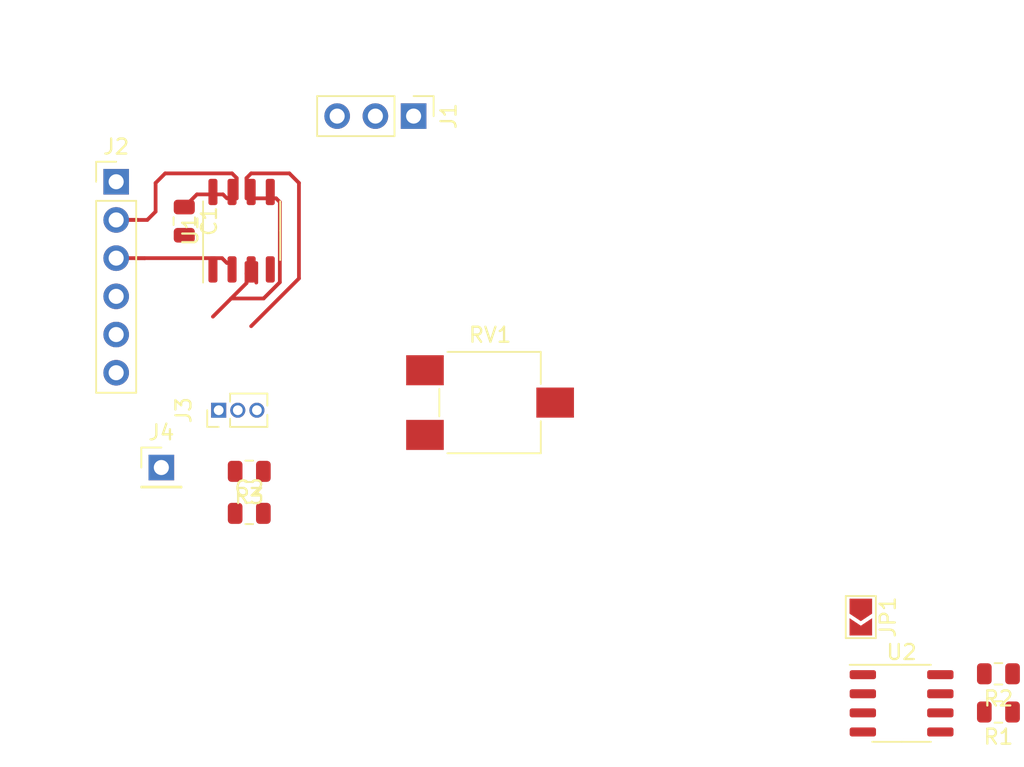
<source format=kicad_pcb>
(kicad_pcb (version 20171130) (host pcbnew "(5.1.6)-1")

  (general
    (thickness 1.6)
    (drawings 0)
    (tracks 31)
    (zones 0)
    (modules 13)
    (nets 20)
  )

  (page A4)
  (layers
    (0 F.Cu signal)
    (31 B.Cu signal)
    (32 B.Adhes user)
    (33 F.Adhes user)
    (34 B.Paste user)
    (35 F.Paste user)
    (36 B.SilkS user)
    (37 F.SilkS user)
    (38 B.Mask user)
    (39 F.Mask user)
    (40 Dwgs.User user)
    (41 Cmts.User user)
    (42 Eco1.User user)
    (43 Eco2.User user)
    (44 Edge.Cuts user)
    (45 Margin user)
    (46 B.CrtYd user)
    (47 F.CrtYd user)
    (48 B.Fab user)
    (49 F.Fab user)
  )

  (setup
    (last_trace_width 0.25)
    (trace_clearance 0.2)
    (zone_clearance 0.508)
    (zone_45_only no)
    (trace_min 0.2)
    (via_size 0.8)
    (via_drill 0.4)
    (via_min_size 0.4)
    (via_min_drill 0.3)
    (uvia_size 0.3)
    (uvia_drill 0.1)
    (uvias_allowed no)
    (uvia_min_size 0.2)
    (uvia_min_drill 0.1)
    (edge_width 0.05)
    (segment_width 0.2)
    (pcb_text_width 0.3)
    (pcb_text_size 1.5 1.5)
    (mod_edge_width 0.12)
    (mod_text_size 1 1)
    (mod_text_width 0.15)
    (pad_size 1.524 1.524)
    (pad_drill 0.762)
    (pad_to_mask_clearance 0.05)
    (aux_axis_origin 0 0)
    (visible_elements 7FFFFFFF)
    (pcbplotparams
      (layerselection 0x010fc_ffffffff)
      (usegerberextensions false)
      (usegerberattributes true)
      (usegerberadvancedattributes true)
      (creategerberjobfile true)
      (excludeedgelayer true)
      (linewidth 0.100000)
      (plotframeref false)
      (viasonmask false)
      (mode 1)
      (useauxorigin false)
      (hpglpennumber 1)
      (hpglpenspeed 20)
      (hpglpendiameter 15.000000)
      (psnegative false)
      (psa4output false)
      (plotreference true)
      (plotvalue true)
      (plotinvisibletext false)
      (padsonsilk false)
      (subtractmaskfromsilk false)
      (outputformat 1)
      (mirror false)
      (drillshape 1)
      (scaleselection 1)
      (outputdirectory ""))
  )

  (net 0 "")
  (net 1 GND)
  (net 2 +5V)
  (net 3 /VIN)
  (net 4 Threshold)
  (net 5 Direction)
  (net 6 L2)
  (net 7 /Level)
  (net 8 L1)
  (net 9 CapSense)
  (net 10 "/P4(USB-)")
  (net 11 "/P3(USB+)")
  (net 12 LedCmd)
  (net 13 "Net-(JP1-Pad2)")
  (net 14 "Net-(R1-Pad2)")
  (net 15 "Net-(U2-Pad5)")
  (net 16 "Net-(U2-Pad3)")
  (net 17 "Net-(U2-Pad2)")
  (net 18 "Net-(U2-Pad1)")
  (net 19 "Net-(R2-Pad2)")

  (net_class Default "This is the default net class."
    (clearance 0.2)
    (trace_width 0.25)
    (via_dia 0.8)
    (via_drill 0.4)
    (uvia_dia 0.3)
    (uvia_drill 0.1)
    (add_net +5V)
    (add_net /Level)
    (add_net "/P3(USB+)")
    (add_net "/P4(USB-)")
    (add_net /VIN)
    (add_net CapSense)
    (add_net Direction)
    (add_net GND)
    (add_net L1)
    (add_net L2)
    (add_net LedCmd)
    (add_net "Net-(JP1-Pad2)")
    (add_net "Net-(R1-Pad2)")
    (add_net "Net-(R2-Pad2)")
    (add_net "Net-(U2-Pad1)")
    (add_net "Net-(U2-Pad2)")
    (add_net "Net-(U2-Pad3)")
    (add_net "Net-(U2-Pad5)")
    (add_net Threshold)
  )

  (module Package_SO:SO-8_3.9x4.9mm_P1.27mm (layer F.Cu) (tedit 5D9F72B1) (tstamp 60391405)
    (at 49.53 50.8 90)
    (descr "SO, 8 Pin (https://www.nxp.com/docs/en/data-sheet/PCF8523.pdf), generated with kicad-footprint-generator ipc_gullwing_generator.py")
    (tags "SO SO")
    (path /6038B18C)
    (attr smd)
    (fp_text reference U1 (at 0 -3.4 90) (layer F.SilkS)
      (effects (font (size 1 1) (thickness 0.15)))
    )
    (fp_text value LT1492 (at 0 3.4 90) (layer F.Fab)
      (effects (font (size 1 1) (thickness 0.15)))
    )
    (fp_text user %R (at 0 0 90) (layer F.Fab)
      (effects (font (size 0.98 0.98) (thickness 0.15)))
    )
    (fp_line (start 0 2.56) (end 1.95 2.56) (layer F.SilkS) (width 0.12))
    (fp_line (start 0 2.56) (end -1.95 2.56) (layer F.SilkS) (width 0.12))
    (fp_line (start 0 -2.56) (end 1.95 -2.56) (layer F.SilkS) (width 0.12))
    (fp_line (start 0 -2.56) (end -3.45 -2.56) (layer F.SilkS) (width 0.12))
    (fp_line (start -0.975 -2.45) (end 1.95 -2.45) (layer F.Fab) (width 0.1))
    (fp_line (start 1.95 -2.45) (end 1.95 2.45) (layer F.Fab) (width 0.1))
    (fp_line (start 1.95 2.45) (end -1.95 2.45) (layer F.Fab) (width 0.1))
    (fp_line (start -1.95 2.45) (end -1.95 -1.475) (layer F.Fab) (width 0.1))
    (fp_line (start -1.95 -1.475) (end -0.975 -2.45) (layer F.Fab) (width 0.1))
    (fp_line (start -3.7 -2.7) (end -3.7 2.7) (layer F.CrtYd) (width 0.05))
    (fp_line (start -3.7 2.7) (end 3.7 2.7) (layer F.CrtYd) (width 0.05))
    (fp_line (start 3.7 2.7) (end 3.7 -2.7) (layer F.CrtYd) (width 0.05))
    (fp_line (start 3.7 -2.7) (end -3.7 -2.7) (layer F.CrtYd) (width 0.05))
    (pad 8 smd roundrect (at 2.575 -1.905 90) (size 1.75 0.6) (layers F.Cu F.Paste F.Mask) (roundrect_rratio 0.25)
      (net 2 +5V))
    (pad 7 smd roundrect (at 2.575 -0.635 90) (size 1.75 0.6) (layers F.Cu F.Paste F.Mask) (roundrect_rratio 0.25)
      (net 5 Direction))
    (pad 6 smd roundrect (at 2.575 0.635 90) (size 1.75 0.6) (layers F.Cu F.Paste F.Mask) (roundrect_rratio 0.25)
      (net 6 L2))
    (pad 5 smd roundrect (at 2.575 1.905 90) (size 1.75 0.6) (layers F.Cu F.Paste F.Mask) (roundrect_rratio 0.25)
      (net 8 L1))
    (pad 4 smd roundrect (at -2.575 1.905 90) (size 1.75 0.6) (layers F.Cu F.Paste F.Mask) (roundrect_rratio 0.25)
      (net 1 GND))
    (pad 3 smd roundrect (at -2.575 0.635 90) (size 1.75 0.6) (layers F.Cu F.Paste F.Mask) (roundrect_rratio 0.25)
      (net 8 L1))
    (pad 2 smd roundrect (at -2.575 -0.635 90) (size 1.75 0.6) (layers F.Cu F.Paste F.Mask) (roundrect_rratio 0.25)
      (net 7 /Level))
    (pad 1 smd roundrect (at -2.575 -1.905 90) (size 1.75 0.6) (layers F.Cu F.Paste F.Mask) (roundrect_rratio 0.25)
      (net 4 Threshold))
    (model ${KISYS3DMOD}/Package_SO.3dshapes/SO-8_3.9x4.9mm_P1.27mm.wrl
      (at (xyz 0 0 0))
      (scale (xyz 1 1 1))
      (rotate (xyz 0 0 0))
    )
  )

  (module Connector_PinHeader_1.27mm:PinHeader_1x03_P1.27mm_Vertical (layer F.Cu) (tedit 59FED6E3) (tstamp 60391EFB)
    (at 48.006 62.738 90)
    (descr "Through hole straight pin header, 1x03, 1.27mm pitch, single row")
    (tags "Through hole pin header THT 1x03 1.27mm single row")
    (path /603CCFF6)
    (fp_text reference J3 (at 0 -2.33 90) (layer F.SilkS)
      (effects (font (size 1 1) (thickness 0.15)))
    )
    (fp_text value Conn_01x03_Female (at 0 7.41 90) (layer F.Fab)
      (effects (font (size 1 1) (thickness 0.15)))
    )
    (fp_text user %R (at 0 2.54) (layer F.Fab)
      (effects (font (size 1 1) (thickness 0.15)))
    )
    (fp_line (start -0.525 -0.635) (end 1.05 -0.635) (layer F.Fab) (width 0.1))
    (fp_line (start 1.05 -0.635) (end 1.05 3.175) (layer F.Fab) (width 0.1))
    (fp_line (start 1.05 3.175) (end -1.05 3.175) (layer F.Fab) (width 0.1))
    (fp_line (start -1.05 3.175) (end -1.05 -0.11) (layer F.Fab) (width 0.1))
    (fp_line (start -1.05 -0.11) (end -0.525 -0.635) (layer F.Fab) (width 0.1))
    (fp_line (start -1.11 3.235) (end -0.30753 3.235) (layer F.SilkS) (width 0.12))
    (fp_line (start 0.30753 3.235) (end 1.11 3.235) (layer F.SilkS) (width 0.12))
    (fp_line (start -1.11 0.76) (end -1.11 3.235) (layer F.SilkS) (width 0.12))
    (fp_line (start 1.11 0.76) (end 1.11 3.235) (layer F.SilkS) (width 0.12))
    (fp_line (start -1.11 0.76) (end -0.563471 0.76) (layer F.SilkS) (width 0.12))
    (fp_line (start 0.563471 0.76) (end 1.11 0.76) (layer F.SilkS) (width 0.12))
    (fp_line (start -1.11 0) (end -1.11 -0.76) (layer F.SilkS) (width 0.12))
    (fp_line (start -1.11 -0.76) (end 0 -0.76) (layer F.SilkS) (width 0.12))
    (fp_line (start -1.55 -1.15) (end -1.55 3.7) (layer F.CrtYd) (width 0.05))
    (fp_line (start -1.55 3.7) (end 1.55 3.7) (layer F.CrtYd) (width 0.05))
    (fp_line (start 1.55 3.7) (end 1.55 -1.15) (layer F.CrtYd) (width 0.05))
    (fp_line (start 1.55 -1.15) (end -1.55 -1.15) (layer F.CrtYd) (width 0.05))
    (pad 3 thru_hole oval (at 0 2.54 90) (size 1 1) (drill 0.65) (layers *.Cu *.Mask)
      (net 1 GND))
    (pad 2 thru_hole oval (at 0 1.27 90) (size 1 1) (drill 0.65) (layers *.Cu *.Mask)
      (net 6 L2))
    (pad 1 thru_hole rect (at 0 0 90) (size 1 1) (drill 0.65) (layers *.Cu *.Mask)
      (net 8 L1))
    (model ${KISYS3DMOD}/Connector_PinHeader_1.27mm.3dshapes/PinHeader_1x03_P1.27mm_Vertical.wrl
      (at (xyz 0 0 0))
      (scale (xyz 1 1 1))
      (rotate (xyz 0 0 0))
    )
  )

  (module Capacitor_SMD:C_0805_2012Metric (layer F.Cu) (tedit 5B36C52B) (tstamp 604167D6)
    (at 50.038 69.596)
    (descr "Capacitor SMD 0805 (2012 Metric), square (rectangular) end terminal, IPC_7351 nominal, (Body size source: https://docs.google.com/spreadsheets/d/1BsfQQcO9C6DZCsRaXUlFlo91Tg2WpOkGARC1WS5S8t0/edit?usp=sharing), generated with kicad-footprint-generator")
    (tags capacitor)
    (path /60430625)
    (attr smd)
    (fp_text reference C2 (at 0 -1.65) (layer F.SilkS)
      (effects (font (size 1 1) (thickness 0.15)))
    )
    (fp_text value C (at 0 1.65) (layer F.Fab)
      (effects (font (size 1 1) (thickness 0.15)))
    )
    (fp_line (start 1.68 0.95) (end -1.68 0.95) (layer F.CrtYd) (width 0.05))
    (fp_line (start 1.68 -0.95) (end 1.68 0.95) (layer F.CrtYd) (width 0.05))
    (fp_line (start -1.68 -0.95) (end 1.68 -0.95) (layer F.CrtYd) (width 0.05))
    (fp_line (start -1.68 0.95) (end -1.68 -0.95) (layer F.CrtYd) (width 0.05))
    (fp_line (start -0.258578 0.71) (end 0.258578 0.71) (layer F.SilkS) (width 0.12))
    (fp_line (start -0.258578 -0.71) (end 0.258578 -0.71) (layer F.SilkS) (width 0.12))
    (fp_line (start 1 0.6) (end -1 0.6) (layer F.Fab) (width 0.1))
    (fp_line (start 1 -0.6) (end 1 0.6) (layer F.Fab) (width 0.1))
    (fp_line (start -1 -0.6) (end 1 -0.6) (layer F.Fab) (width 0.1))
    (fp_line (start -1 0.6) (end -1 -0.6) (layer F.Fab) (width 0.1))
    (fp_text user %R (at 0 0) (layer F.Fab)
      (effects (font (size 0.5 0.5) (thickness 0.08)))
    )
    (pad 2 smd roundrect (at 0.9375 0) (size 0.975 1.4) (layers F.Cu F.Paste F.Mask) (roundrect_rratio 0.25)
      (net 1 GND))
    (pad 1 smd roundrect (at -0.9375 0) (size 0.975 1.4) (layers F.Cu F.Paste F.Mask) (roundrect_rratio 0.25)
      (net 9 CapSense))
    (model ${KISYS3DMOD}/Capacitor_SMD.3dshapes/C_0805_2012Metric.wrl
      (at (xyz 0 0 0))
      (scale (xyz 1 1 1))
      (rotate (xyz 0 0 0))
    )
  )

  (module Package_SO:SO-8_3.9x4.9mm_P1.27mm (layer F.Cu) (tedit 5D9F72B1) (tstamp 60415C00)
    (at 93.387001 82.227001)
    (descr "SO, 8 Pin (https://www.nxp.com/docs/en/data-sheet/PCF8523.pdf), generated with kicad-footprint-generator ipc_gullwing_generator.py")
    (tags "SO SO")
    (path /60411FE5)
    (attr smd)
    (fp_text reference U2 (at 0 -3.4) (layer F.SilkS)
      (effects (font (size 1 1) (thickness 0.15)))
    )
    (fp_text value WS2811 (at 0 3.4) (layer F.Fab)
      (effects (font (size 1 1) (thickness 0.15)))
    )
    (fp_line (start 3.7 -2.7) (end -3.7 -2.7) (layer F.CrtYd) (width 0.05))
    (fp_line (start 3.7 2.7) (end 3.7 -2.7) (layer F.CrtYd) (width 0.05))
    (fp_line (start -3.7 2.7) (end 3.7 2.7) (layer F.CrtYd) (width 0.05))
    (fp_line (start -3.7 -2.7) (end -3.7 2.7) (layer F.CrtYd) (width 0.05))
    (fp_line (start -1.95 -1.475) (end -0.975 -2.45) (layer F.Fab) (width 0.1))
    (fp_line (start -1.95 2.45) (end -1.95 -1.475) (layer F.Fab) (width 0.1))
    (fp_line (start 1.95 2.45) (end -1.95 2.45) (layer F.Fab) (width 0.1))
    (fp_line (start 1.95 -2.45) (end 1.95 2.45) (layer F.Fab) (width 0.1))
    (fp_line (start -0.975 -2.45) (end 1.95 -2.45) (layer F.Fab) (width 0.1))
    (fp_line (start 0 -2.56) (end -3.45 -2.56) (layer F.SilkS) (width 0.12))
    (fp_line (start 0 -2.56) (end 1.95 -2.56) (layer F.SilkS) (width 0.12))
    (fp_line (start 0 2.56) (end -1.95 2.56) (layer F.SilkS) (width 0.12))
    (fp_line (start 0 2.56) (end 1.95 2.56) (layer F.SilkS) (width 0.12))
    (fp_text user %R (at 0 0) (layer F.Fab)
      (effects (font (size 0.98 0.98) (thickness 0.15)))
    )
    (pad 8 smd roundrect (at 2.575 -1.905) (size 1.75 0.6) (layers F.Cu F.Paste F.Mask) (roundrect_rratio 0.25)
      (net 19 "Net-(R2-Pad2)"))
    (pad 7 smd roundrect (at 2.575 -0.635) (size 1.75 0.6) (layers F.Cu F.Paste F.Mask) (roundrect_rratio 0.25)
      (net 13 "Net-(JP1-Pad2)"))
    (pad 6 smd roundrect (at 2.575 0.635) (size 1.75 0.6) (layers F.Cu F.Paste F.Mask) (roundrect_rratio 0.25)
      (net 14 "Net-(R1-Pad2)"))
    (pad 5 smd roundrect (at 2.575 1.905) (size 1.75 0.6) (layers F.Cu F.Paste F.Mask) (roundrect_rratio 0.25)
      (net 15 "Net-(U2-Pad5)"))
    (pad 4 smd roundrect (at -2.575 1.905) (size 1.75 0.6) (layers F.Cu F.Paste F.Mask) (roundrect_rratio 0.25)
      (net 1 GND))
    (pad 3 smd roundrect (at -2.575 0.635) (size 1.75 0.6) (layers F.Cu F.Paste F.Mask) (roundrect_rratio 0.25)
      (net 16 "Net-(U2-Pad3)"))
    (pad 2 smd roundrect (at -2.575 -0.635) (size 1.75 0.6) (layers F.Cu F.Paste F.Mask) (roundrect_rratio 0.25)
      (net 17 "Net-(U2-Pad2)"))
    (pad 1 smd roundrect (at -2.575 -1.905) (size 1.75 0.6) (layers F.Cu F.Paste F.Mask) (roundrect_rratio 0.25)
      (net 18 "Net-(U2-Pad1)"))
    (model ${KISYS3DMOD}/Package_SO.3dshapes/SO-8_3.9x4.9mm_P1.27mm.wrl
      (at (xyz 0 0 0))
      (scale (xyz 1 1 1))
      (rotate (xyz 0 0 0))
    )
  )

  (module Resistor_SMD:R_0805_2012Metric (layer F.Cu) (tedit 5B36C52B) (tstamp 60415B80)
    (at 50.038 66.802 180)
    (descr "Resistor SMD 0805 (2012 Metric), square (rectangular) end terminal, IPC_7351 nominal, (Body size source: https://docs.google.com/spreadsheets/d/1BsfQQcO9C6DZCsRaXUlFlo91Tg2WpOkGARC1WS5S8t0/edit?usp=sharing), generated with kicad-footprint-generator")
    (tags resistor)
    (path /6040F6AC)
    (attr smd)
    (fp_text reference R3 (at 0 -1.65) (layer F.SilkS)
      (effects (font (size 1 1) (thickness 0.15)))
    )
    (fp_text value R (at 0 1.65) (layer F.Fab)
      (effects (font (size 1 1) (thickness 0.15)))
    )
    (fp_line (start 1.68 0.95) (end -1.68 0.95) (layer F.CrtYd) (width 0.05))
    (fp_line (start 1.68 -0.95) (end 1.68 0.95) (layer F.CrtYd) (width 0.05))
    (fp_line (start -1.68 -0.95) (end 1.68 -0.95) (layer F.CrtYd) (width 0.05))
    (fp_line (start -1.68 0.95) (end -1.68 -0.95) (layer F.CrtYd) (width 0.05))
    (fp_line (start -0.258578 0.71) (end 0.258578 0.71) (layer F.SilkS) (width 0.12))
    (fp_line (start -0.258578 -0.71) (end 0.258578 -0.71) (layer F.SilkS) (width 0.12))
    (fp_line (start 1 0.6) (end -1 0.6) (layer F.Fab) (width 0.1))
    (fp_line (start 1 -0.6) (end 1 0.6) (layer F.Fab) (width 0.1))
    (fp_line (start -1 -0.6) (end 1 -0.6) (layer F.Fab) (width 0.1))
    (fp_line (start -1 0.6) (end -1 -0.6) (layer F.Fab) (width 0.1))
    (fp_text user %R (at 0 0) (layer F.Fab)
      (effects (font (size 0.5 0.5) (thickness 0.08)))
    )
    (pad 2 smd roundrect (at 0.9375 0 180) (size 0.975 1.4) (layers F.Cu F.Paste F.Mask) (roundrect_rratio 0.25)
      (net 9 CapSense))
    (pad 1 smd roundrect (at -0.9375 0 180) (size 0.975 1.4) (layers F.Cu F.Paste F.Mask) (roundrect_rratio 0.25)
      (net 2 +5V))
    (model ${KISYS3DMOD}/Resistor_SMD.3dshapes/R_0805_2012Metric.wrl
      (at (xyz 0 0 0))
      (scale (xyz 1 1 1))
      (rotate (xyz 0 0 0))
    )
  )

  (module Resistor_SMD:R_0805_2012Metric (layer F.Cu) (tedit 5B36C52B) (tstamp 60415B6F)
    (at 99.822 80.264 180)
    (descr "Resistor SMD 0805 (2012 Metric), square (rectangular) end terminal, IPC_7351 nominal, (Body size source: https://docs.google.com/spreadsheets/d/1BsfQQcO9C6DZCsRaXUlFlo91Tg2WpOkGARC1WS5S8t0/edit?usp=sharing), generated with kicad-footprint-generator")
    (tags resistor)
    (path /6041A385)
    (attr smd)
    (fp_text reference R2 (at 0 -1.65) (layer F.SilkS)
      (effects (font (size 1 1) (thickness 0.15)))
    )
    (fp_text value 100 (at 0 1.65) (layer F.Fab) hide
      (effects (font (size 1 1) (thickness 0.15)))
    )
    (fp_line (start 1.68 0.95) (end -1.68 0.95) (layer F.CrtYd) (width 0.05))
    (fp_line (start 1.68 -0.95) (end 1.68 0.95) (layer F.CrtYd) (width 0.05))
    (fp_line (start -1.68 -0.95) (end 1.68 -0.95) (layer F.CrtYd) (width 0.05))
    (fp_line (start -1.68 0.95) (end -1.68 -0.95) (layer F.CrtYd) (width 0.05))
    (fp_line (start -0.258578 0.71) (end 0.258578 0.71) (layer F.SilkS) (width 0.12))
    (fp_line (start -0.258578 -0.71) (end 0.258578 -0.71) (layer F.SilkS) (width 0.12))
    (fp_line (start 1 0.6) (end -1 0.6) (layer F.Fab) (width 0.1))
    (fp_line (start 1 -0.6) (end 1 0.6) (layer F.Fab) (width 0.1))
    (fp_line (start -1 -0.6) (end 1 -0.6) (layer F.Fab) (width 0.1))
    (fp_line (start -1 0.6) (end -1 -0.6) (layer F.Fab) (width 0.1))
    (fp_text user %R (at 0 0) (layer F.Fab) hide
      (effects (font (size 0.5 0.5) (thickness 0.08)))
    )
    (pad 2 smd roundrect (at 0.9375 0 180) (size 0.975 1.4) (layers F.Cu F.Paste F.Mask) (roundrect_rratio 0.25)
      (net 19 "Net-(R2-Pad2)"))
    (pad 1 smd roundrect (at -0.9375 0 180) (size 0.975 1.4) (layers F.Cu F.Paste F.Mask) (roundrect_rratio 0.25)
      (net 2 +5V))
    (model ${KISYS3DMOD}/Resistor_SMD.3dshapes/R_0805_2012Metric.wrl
      (at (xyz 0 0 0))
      (scale (xyz 1 1 1))
      (rotate (xyz 0 0 0))
    )
  )

  (module Resistor_SMD:R_0805_2012Metric (layer F.Cu) (tedit 5B36C52B) (tstamp 60415B5E)
    (at 99.822 82.804 180)
    (descr "Resistor SMD 0805 (2012 Metric), square (rectangular) end terminal, IPC_7351 nominal, (Body size source: https://docs.google.com/spreadsheets/d/1BsfQQcO9C6DZCsRaXUlFlo91Tg2WpOkGARC1WS5S8t0/edit?usp=sharing), generated with kicad-footprint-generator")
    (tags resistor)
    (path /6041785C)
    (attr smd)
    (fp_text reference R1 (at 0 -1.65) (layer F.SilkS)
      (effects (font (size 1 1) (thickness 0.15)))
    )
    (fp_text value 33 (at 0 1.65) (layer F.Fab) hide
      (effects (font (size 1 1) (thickness 0.15)))
    )
    (fp_line (start 1.68 0.95) (end -1.68 0.95) (layer F.CrtYd) (width 0.05))
    (fp_line (start 1.68 -0.95) (end 1.68 0.95) (layer F.CrtYd) (width 0.05))
    (fp_line (start -1.68 -0.95) (end 1.68 -0.95) (layer F.CrtYd) (width 0.05))
    (fp_line (start -1.68 0.95) (end -1.68 -0.95) (layer F.CrtYd) (width 0.05))
    (fp_line (start -0.258578 0.71) (end 0.258578 0.71) (layer F.SilkS) (width 0.12))
    (fp_line (start -0.258578 -0.71) (end 0.258578 -0.71) (layer F.SilkS) (width 0.12))
    (fp_line (start 1 0.6) (end -1 0.6) (layer F.Fab) (width 0.1))
    (fp_line (start 1 -0.6) (end 1 0.6) (layer F.Fab) (width 0.1))
    (fp_line (start -1 -0.6) (end 1 -0.6) (layer F.Fab) (width 0.1))
    (fp_line (start -1 0.6) (end -1 -0.6) (layer F.Fab) (width 0.1))
    (fp_text user %R (at 0 0) (layer F.Fab) hide
      (effects (font (size 0.5 0.5) (thickness 0.08)))
    )
    (pad 2 smd roundrect (at 0.9375 0 180) (size 0.975 1.4) (layers F.Cu F.Paste F.Mask) (roundrect_rratio 0.25)
      (net 14 "Net-(R1-Pad2)"))
    (pad 1 smd roundrect (at -0.9375 0 180) (size 0.975 1.4) (layers F.Cu F.Paste F.Mask) (roundrect_rratio 0.25)
      (net 12 LedCmd))
    (model ${KISYS3DMOD}/Resistor_SMD.3dshapes/R_0805_2012Metric.wrl
      (at (xyz 0 0 0))
      (scale (xyz 1 1 1))
      (rotate (xyz 0 0 0))
    )
  )

  (module Jumper:SolderJumper-2_P1.3mm_Open_TrianglePad1.0x1.5mm (layer F.Cu) (tedit 5A64794F) (tstamp 60415B4D)
    (at 90.678 76.491 270)
    (descr "SMD Solder Jumper, 1x1.5mm Triangular Pads, 0.3mm gap, open")
    (tags "solder jumper open")
    (path /60420F03)
    (attr virtual)
    (fp_text reference JP1 (at 0 -1.8 90) (layer F.SilkS)
      (effects (font (size 1 1) (thickness 0.15)))
    )
    (fp_text value SolderJumper_2_Open (at 0 1.9 90) (layer F.Fab)
      (effects (font (size 1 1) (thickness 0.15)))
    )
    (fp_line (start 1.65 1.25) (end -1.65 1.25) (layer F.CrtYd) (width 0.05))
    (fp_line (start 1.65 1.25) (end 1.65 -1.25) (layer F.CrtYd) (width 0.05))
    (fp_line (start -1.65 -1.25) (end -1.65 1.25) (layer F.CrtYd) (width 0.05))
    (fp_line (start -1.65 -1.25) (end 1.65 -1.25) (layer F.CrtYd) (width 0.05))
    (fp_line (start -1.4 -1) (end 1.4 -1) (layer F.SilkS) (width 0.12))
    (fp_line (start 1.4 -1) (end 1.4 1) (layer F.SilkS) (width 0.12))
    (fp_line (start 1.4 1) (end -1.4 1) (layer F.SilkS) (width 0.12))
    (fp_line (start -1.4 1) (end -1.4 -1) (layer F.SilkS) (width 0.12))
    (pad 1 smd custom (at -0.725 0 270) (size 0.3 0.3) (layers F.Cu F.Mask)
      (net 2 +5V) (zone_connect 2)
      (options (clearance outline) (anchor rect))
      (primitives
        (gr_poly (pts
           (xy -0.5 -0.75) (xy 0.5 -0.75) (xy 1 0) (xy 0.5 0.75) (xy -0.5 0.75)
) (width 0))
      ))
    (pad 2 smd custom (at 0.725 0 270) (size 0.3 0.3) (layers F.Cu F.Mask)
      (net 13 "Net-(JP1-Pad2)") (zone_connect 2)
      (options (clearance outline) (anchor rect))
      (primitives
        (gr_poly (pts
           (xy -0.65 -0.75) (xy 0.5 -0.75) (xy 0.5 0.75) (xy -0.65 0.75) (xy -0.15 0)
) (width 0))
      ))
  )

  (module Connector_PinHeader_2.54mm:PinHeader_1x01_P2.54mm_Vertical (layer F.Cu) (tedit 59FED5CC) (tstamp 6040F8BB)
    (at 44.196 66.548)
    (descr "Through hole straight pin header, 1x01, 2.54mm pitch, single row")
    (tags "Through hole pin header THT 1x01 2.54mm single row")
    (path /604108B0)
    (fp_text reference J4 (at 0 -2.33) (layer F.SilkS)
      (effects (font (size 1 1) (thickness 0.15)))
    )
    (fp_text value Conn_01x01_Female (at 0 2.33) (layer F.Fab)
      (effects (font (size 1 1) (thickness 0.15)))
    )
    (fp_line (start 1.8 -1.8) (end -1.8 -1.8) (layer F.CrtYd) (width 0.05))
    (fp_line (start 1.8 1.8) (end 1.8 -1.8) (layer F.CrtYd) (width 0.05))
    (fp_line (start -1.8 1.8) (end 1.8 1.8) (layer F.CrtYd) (width 0.05))
    (fp_line (start -1.8 -1.8) (end -1.8 1.8) (layer F.CrtYd) (width 0.05))
    (fp_line (start -1.33 -1.33) (end 0 -1.33) (layer F.SilkS) (width 0.12))
    (fp_line (start -1.33 0) (end -1.33 -1.33) (layer F.SilkS) (width 0.12))
    (fp_line (start -1.33 1.27) (end 1.33 1.27) (layer F.SilkS) (width 0.12))
    (fp_line (start 1.33 1.27) (end 1.33 1.33) (layer F.SilkS) (width 0.12))
    (fp_line (start -1.33 1.27) (end -1.33 1.33) (layer F.SilkS) (width 0.12))
    (fp_line (start -1.33 1.33) (end 1.33 1.33) (layer F.SilkS) (width 0.12))
    (fp_line (start -1.27 -0.635) (end -0.635 -1.27) (layer F.Fab) (width 0.1))
    (fp_line (start -1.27 1.27) (end -1.27 -0.635) (layer F.Fab) (width 0.1))
    (fp_line (start 1.27 1.27) (end -1.27 1.27) (layer F.Fab) (width 0.1))
    (fp_line (start 1.27 -1.27) (end 1.27 1.27) (layer F.Fab) (width 0.1))
    (fp_line (start -0.635 -1.27) (end 1.27 -1.27) (layer F.Fab) (width 0.1))
    (fp_text user %R (at 0 0 90) (layer F.Fab)
      (effects (font (size 1 1) (thickness 0.15)))
    )
    (pad 1 thru_hole rect (at 0 0) (size 1.7 1.7) (drill 1) (layers *.Cu *.Mask)
      (net 9 CapSense))
    (model ${KISYS3DMOD}/Connector_PinHeader_2.54mm.3dshapes/PinHeader_1x01_P2.54mm_Vertical.wrl
      (at (xyz 0 0 0))
      (scale (xyz 1 1 1))
      (rotate (xyz 0 0 0))
    )
  )

  (module Potentiometer_SMD:Potentiometer_ACP_CA6-VSMD_Vertical (layer F.Cu) (tedit 5A3D7171) (tstamp 603913E6)
    (at 66.04 62.23)
    (descr "Potentiometer, vertical, ACP CA6-VSMD, http://www.acptechnologies.com/wp-content/uploads/2017/06/01-ACP-CA6.pdf")
    (tags "Potentiometer vertical ACP CA6-VSMD")
    (path /603A1EC1)
    (attr smd)
    (fp_text reference RV1 (at 0 -4.5) (layer F.SilkS)
      (effects (font (size 1 1) (thickness 0.15)))
    )
    (fp_text value R_POT (at 0 4.5) (layer F.Fab)
      (effects (font (size 1 1) (thickness 0.15)))
    )
    (fp_line (start 5.85 -3.5) (end -5.85 -3.5) (layer F.CrtYd) (width 0.05))
    (fp_line (start 5.85 3.5) (end 5.85 -3.5) (layer F.CrtYd) (width 0.05))
    (fp_line (start -5.85 3.5) (end 5.85 3.5) (layer F.CrtYd) (width 0.05))
    (fp_line (start -5.85 -3.5) (end -5.85 3.5) (layer F.CrtYd) (width 0.05))
    (fp_line (start 3.37 1.24) (end 3.37 3.37) (layer F.SilkS) (width 0.12))
    (fp_line (start 3.37 -3.371) (end 3.37 -1.24) (layer F.SilkS) (width 0.12))
    (fp_line (start -3.37 -0.909) (end -3.37 0.91) (layer F.SilkS) (width 0.12))
    (fp_line (start -2.834 3.37) (end 3.37 3.37) (layer F.SilkS) (width 0.12))
    (fp_line (start -2.834 -3.371) (end 3.37 -3.371) (layer F.SilkS) (width 0.12))
    (fp_line (start 3.25 -3.25) (end -3.25 -3.25) (layer F.Fab) (width 0.1))
    (fp_line (start 3.25 3.25) (end 3.25 -3.25) (layer F.Fab) (width 0.1))
    (fp_line (start -3.25 3.25) (end 3.25 3.25) (layer F.Fab) (width 0.1))
    (fp_line (start -3.25 -3.25) (end -3.25 3.25) (layer F.Fab) (width 0.1))
    (fp_circle (center 0.275 0) (end 1.175 0) (layer F.Fab) (width 0.1))
    (fp_text user %R (at -2.25 0 90) (layer F.Fab)
      (effects (font (size 1 1) (thickness 0.15)))
    )
    (pad 1 smd rect (at -4.325 2.15) (size 2.5 2) (layers F.Cu F.Paste F.Mask)
      (net 2 +5V))
    (pad 2 smd rect (at 4.325 0) (size 2.5 2) (layers F.Cu F.Paste F.Mask)
      (net 7 /Level))
    (pad 3 smd rect (at -4.325 -2.15) (size 2.5 2) (layers F.Cu F.Paste F.Mask)
      (net 1 GND))
    (model ${KISYS3DMOD}/Potentiometer_SMD.3dshapes/Potentiometer_ACP_CA6-VSMD_Vertical.wrl
      (at (xyz 0 0 0))
      (scale (xyz 1 1 1))
      (rotate (xyz 0 0 0))
    )
  )

  (module Connector_PinHeader_2.54mm:PinHeader_1x06_P2.54mm_Vertical (layer F.Cu) (tedit 59FED5CC) (tstamp 603913BA)
    (at 41.195001 47.545001)
    (descr "Through hole straight pin header, 1x06, 2.54mm pitch, single row")
    (tags "Through hole pin header THT 1x06 2.54mm single row")
    (path /603A6255)
    (fp_text reference J2 (at 0 -2.33) (layer F.SilkS)
      (effects (font (size 1 1) (thickness 0.15)))
    )
    (fp_text value Conn_01x06_Female (at 0 15.03) (layer F.Fab)
      (effects (font (size 1 1) (thickness 0.15)))
    )
    (fp_line (start 1.8 -1.8) (end -1.8 -1.8) (layer F.CrtYd) (width 0.05))
    (fp_line (start 1.8 14.5) (end 1.8 -1.8) (layer F.CrtYd) (width 0.05))
    (fp_line (start -1.8 14.5) (end 1.8 14.5) (layer F.CrtYd) (width 0.05))
    (fp_line (start -1.8 -1.8) (end -1.8 14.5) (layer F.CrtYd) (width 0.05))
    (fp_line (start -1.33 -1.33) (end 0 -1.33) (layer F.SilkS) (width 0.12))
    (fp_line (start -1.33 0) (end -1.33 -1.33) (layer F.SilkS) (width 0.12))
    (fp_line (start -1.33 1.27) (end 1.33 1.27) (layer F.SilkS) (width 0.12))
    (fp_line (start 1.33 1.27) (end 1.33 14.03) (layer F.SilkS) (width 0.12))
    (fp_line (start -1.33 1.27) (end -1.33 14.03) (layer F.SilkS) (width 0.12))
    (fp_line (start -1.33 14.03) (end 1.33 14.03) (layer F.SilkS) (width 0.12))
    (fp_line (start -1.27 -0.635) (end -0.635 -1.27) (layer F.Fab) (width 0.1))
    (fp_line (start -1.27 13.97) (end -1.27 -0.635) (layer F.Fab) (width 0.1))
    (fp_line (start 1.27 13.97) (end -1.27 13.97) (layer F.Fab) (width 0.1))
    (fp_line (start 1.27 -1.27) (end 1.27 13.97) (layer F.Fab) (width 0.1))
    (fp_line (start -0.635 -1.27) (end 1.27 -1.27) (layer F.Fab) (width 0.1))
    (fp_text user %R (at 0 6.35 90) (layer F.Fab)
      (effects (font (size 1 1) (thickness 0.15)))
    )
    (pad 6 thru_hole oval (at 0 12.7) (size 1.7 1.7) (drill 1) (layers *.Cu *.Mask)
      (net 9 CapSense))
    (pad 5 thru_hole oval (at 0 10.16) (size 1.7 1.7) (drill 1) (layers *.Cu *.Mask)
      (net 10 "/P4(USB-)"))
    (pad 4 thru_hole oval (at 0 7.62) (size 1.7 1.7) (drill 1) (layers *.Cu *.Mask)
      (net 11 "/P3(USB+)"))
    (pad 3 thru_hole oval (at 0 5.08) (size 1.7 1.7) (drill 1) (layers *.Cu *.Mask)
      (net 4 Threshold))
    (pad 2 thru_hole oval (at 0 2.54) (size 1.7 1.7) (drill 1) (layers *.Cu *.Mask)
      (net 5 Direction))
    (pad 1 thru_hole rect (at 0 0) (size 1.7 1.7) (drill 1) (layers *.Cu *.Mask)
      (net 12 LedCmd))
    (model ${KISYS3DMOD}/Connector_PinHeader_2.54mm.3dshapes/PinHeader_1x06_P2.54mm_Vertical.wrl
      (at (xyz 0 0 0))
      (scale (xyz 1 1 1))
      (rotate (xyz 0 0 0))
    )
  )

  (module Connector_PinHeader_2.54mm:PinHeader_1x03_P2.54mm_Vertical (layer F.Cu) (tedit 59FED5CC) (tstamp 603913A0)
    (at 60.96 43.18 270)
    (descr "Through hole straight pin header, 1x03, 2.54mm pitch, single row")
    (tags "Through hole pin header THT 1x03 2.54mm single row")
    (path /603A5C12)
    (fp_text reference J1 (at 0 -2.33 90) (layer F.SilkS)
      (effects (font (size 1 1) (thickness 0.15)))
    )
    (fp_text value Conn_01x03_Female (at 0 7.41 90) (layer F.Fab)
      (effects (font (size 1 1) (thickness 0.15)))
    )
    (fp_line (start 1.8 -1.8) (end -1.8 -1.8) (layer F.CrtYd) (width 0.05))
    (fp_line (start 1.8 6.85) (end 1.8 -1.8) (layer F.CrtYd) (width 0.05))
    (fp_line (start -1.8 6.85) (end 1.8 6.85) (layer F.CrtYd) (width 0.05))
    (fp_line (start -1.8 -1.8) (end -1.8 6.85) (layer F.CrtYd) (width 0.05))
    (fp_line (start -1.33 -1.33) (end 0 -1.33) (layer F.SilkS) (width 0.12))
    (fp_line (start -1.33 0) (end -1.33 -1.33) (layer F.SilkS) (width 0.12))
    (fp_line (start -1.33 1.27) (end 1.33 1.27) (layer F.SilkS) (width 0.12))
    (fp_line (start 1.33 1.27) (end 1.33 6.41) (layer F.SilkS) (width 0.12))
    (fp_line (start -1.33 1.27) (end -1.33 6.41) (layer F.SilkS) (width 0.12))
    (fp_line (start -1.33 6.41) (end 1.33 6.41) (layer F.SilkS) (width 0.12))
    (fp_line (start -1.27 -0.635) (end -0.635 -1.27) (layer F.Fab) (width 0.1))
    (fp_line (start -1.27 6.35) (end -1.27 -0.635) (layer F.Fab) (width 0.1))
    (fp_line (start 1.27 6.35) (end -1.27 6.35) (layer F.Fab) (width 0.1))
    (fp_line (start 1.27 -1.27) (end 1.27 6.35) (layer F.Fab) (width 0.1))
    (fp_line (start -0.635 -1.27) (end 1.27 -1.27) (layer F.Fab) (width 0.1))
    (fp_text user %R (at 0 2.54) (layer F.Fab)
      (effects (font (size 1 1) (thickness 0.15)))
    )
    (pad 3 thru_hole oval (at 0 5.08 270) (size 1.7 1.7) (drill 1) (layers *.Cu *.Mask)
      (net 3 /VIN))
    (pad 2 thru_hole oval (at 0 2.54 270) (size 1.7 1.7) (drill 1) (layers *.Cu *.Mask)
      (net 1 GND))
    (pad 1 thru_hole rect (at 0 0 270) (size 1.7 1.7) (drill 1) (layers *.Cu *.Mask)
      (net 2 +5V))
    (model ${KISYS3DMOD}/Connector_PinHeader_2.54mm.3dshapes/PinHeader_1x03_P2.54mm_Vertical.wrl
      (at (xyz 0 0 0))
      (scale (xyz 1 1 1))
      (rotate (xyz 0 0 0))
    )
  )

  (module Capacitor_SMD:C_0805_2012Metric (layer F.Cu) (tedit 5B36C52B) (tstamp 60391389)
    (at 45.72 50.165 270)
    (descr "Capacitor SMD 0805 (2012 Metric), square (rectangular) end terminal, IPC_7351 nominal, (Body size source: https://docs.google.com/spreadsheets/d/1BsfQQcO9C6DZCsRaXUlFlo91Tg2WpOkGARC1WS5S8t0/edit?usp=sharing), generated with kicad-footprint-generator")
    (tags capacitor)
    (path /6039C442)
    (attr smd)
    (fp_text reference C1 (at 0 -1.65 90) (layer F.SilkS)
      (effects (font (size 1 1) (thickness 0.15)))
    )
    (fp_text value C (at 0 1.65 90) (layer F.Fab)
      (effects (font (size 1 1) (thickness 0.15)))
    )
    (fp_line (start 1.68 0.95) (end -1.68 0.95) (layer F.CrtYd) (width 0.05))
    (fp_line (start 1.68 -0.95) (end 1.68 0.95) (layer F.CrtYd) (width 0.05))
    (fp_line (start -1.68 -0.95) (end 1.68 -0.95) (layer F.CrtYd) (width 0.05))
    (fp_line (start -1.68 0.95) (end -1.68 -0.95) (layer F.CrtYd) (width 0.05))
    (fp_line (start -0.258578 0.71) (end 0.258578 0.71) (layer F.SilkS) (width 0.12))
    (fp_line (start -0.258578 -0.71) (end 0.258578 -0.71) (layer F.SilkS) (width 0.12))
    (fp_line (start 1 0.6) (end -1 0.6) (layer F.Fab) (width 0.1))
    (fp_line (start 1 -0.6) (end 1 0.6) (layer F.Fab) (width 0.1))
    (fp_line (start -1 -0.6) (end 1 -0.6) (layer F.Fab) (width 0.1))
    (fp_line (start -1 0.6) (end -1 -0.6) (layer F.Fab) (width 0.1))
    (fp_text user %R (at 0 0 90) (layer F.Fab)
      (effects (font (size 0.5 0.5) (thickness 0.08)))
    )
    (pad 2 smd roundrect (at 0.9375 0 270) (size 0.975 1.4) (layers F.Cu F.Paste F.Mask) (roundrect_rratio 0.25)
      (net 1 GND))
    (pad 1 smd roundrect (at -0.9375 0 270) (size 0.975 1.4) (layers F.Cu F.Paste F.Mask) (roundrect_rratio 0.25)
      (net 2 +5V))
    (model ${KISYS3DMOD}/Capacitor_SMD.3dshapes/C_0805_2012Metric.wrl
      (at (xyz 0 0 0))
      (scale (xyz 1 1 1))
      (rotate (xyz 0 0 0))
    )
  )

  (segment (start 50.505 52.95) (end 50.505 54.2515) (width 0.25) (layer F.Cu) (net 1))
  (segment (start 45.72 49.2275) (end 46.5605 48.387) (width 0.25) (layer F.Cu) (net 2))
  (segment (start 48.292 48.387) (end 48.555 48.65) (width 0.25) (layer F.Cu) (net 2))
  (segment (start 46.5605 48.387) (end 48.292 48.387) (width 0.25) (layer F.Cu) (net 2))
  (segment (start 48.230001 52.625001) (end 48.555 52.95) (width 0.25) (layer F.Cu) (net 4))
  (segment (start 41.195001 52.625001) (end 43.100001 52.625001) (width 0.25) (layer F.Cu) (net 4))
  (segment (start 42.465001 52.625001) (end 43.100001 52.625001) (width 0.25) (layer F.Cu) (net 4))
  (segment (start 43.100001 52.625001) (end 48.230001 52.625001) (width 0.25) (layer F.Cu) (net 4))
  (segment (start 41.195001 50.085001) (end 42.624999 50.085001) (width 0.25) (layer F.Cu) (net 5))
  (segment (start 49.205 48.65) (end 49.205 47.3) (width 0.25) (layer F.Cu) (net 5))
  (segment (start 49.205 47.3) (end 48.895 46.99) (width 0.25) (layer F.Cu) (net 5))
  (segment (start 48.895 46.99) (end 44.45 46.99) (width 0.25) (layer F.Cu) (net 5))
  (segment (start 44.45 46.99) (end 43.815 47.625) (width 0.25) (layer F.Cu) (net 5))
  (segment (start 43.815 47.625) (end 43.815 49.53) (width 0.25) (layer F.Cu) (net 5))
  (segment (start 43.259999 50.085001) (end 41.195001 50.085001) (width 0.25) (layer F.Cu) (net 5))
  (segment (start 43.815 49.53) (end 43.259999 50.085001) (width 0.25) (layer F.Cu) (net 5))
  (segment (start 49.855 48.65) (end 49.855 47.3) (width 0.25) (layer F.Cu) (net 6))
  (segment (start 49.855 47.3) (end 50.165 46.99) (width 0.25) (layer F.Cu) (net 6))
  (segment (start 50.165 46.99) (end 52.705 46.99) (width 0.25) (layer F.Cu) (net 6))
  (segment (start 52.705 46.99) (end 53.34 47.625) (width 0.25) (layer F.Cu) (net 6))
  (segment (start 53.34 47.625) (end 53.34 53.975) (width 0.25) (layer F.Cu) (net 6))
  (segment (start 50.165 57.15) (end 53.34 53.975) (width 0.25) (layer F.Cu) (net 6))
  (segment (start 49.855 54.285) (end 49.855 53.65) (width 0.25) (layer F.Cu) (net 8))
  (segment (start 49.855 53.65) (end 49.855 52.95) (width 0.25) (layer F.Cu) (net 8))
  (segment (start 50.9905 55.3085) (end 48.8315 55.3085) (width 0.25) (layer F.Cu) (net 8))
  (segment (start 52.07 54.229) (end 50.9905 55.3085) (width 0.25) (layer F.Cu) (net 8))
  (segment (start 47.625 56.515) (end 48.8315 55.3085) (width 0.25) (layer F.Cu) (net 8))
  (segment (start 48.8315 55.3085) (end 49.855 54.285) (width 0.25) (layer F.Cu) (net 8))
  (segment (start 50.505 48.65) (end 51.825 48.65) (width 0.25) (layer F.Cu) (net 8))
  (segment (start 51.825 48.65) (end 52.07 48.895) (width 0.25) (layer F.Cu) (net 8))
  (segment (start 52.07 48.895) (end 52.07 54.229) (width 0.25) (layer F.Cu) (net 8))

)

</source>
